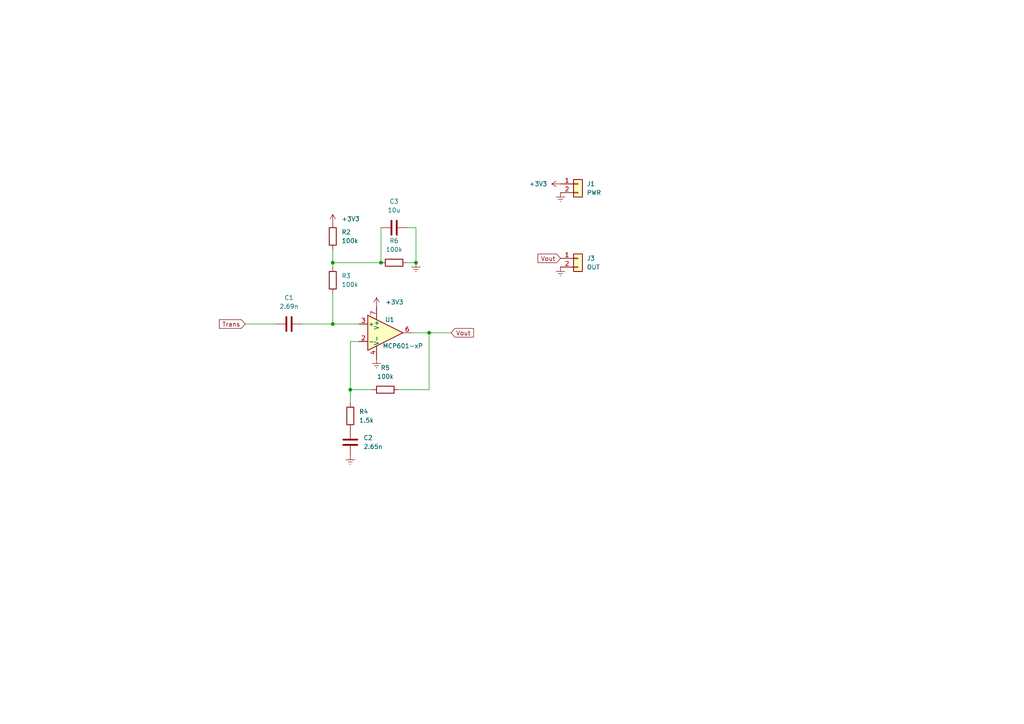
<source format=kicad_sch>
(kicad_sch (version 20211123) (generator eeschema)
  (paper "A4")
  (lib_symbols
    (symbol "Amplifier_Operational:MCP601-xP" (pin_names (offset 0.127))
      (property "Reference" "U" (at 0 6.35 0))
      (property "Value" "MCP601-xP" (at 0 3.81 0))
      (symbol "MCP601-xP_0_1"
        (polyline (pts (xy -5.08 5.08) (xy 5.08 0) (xy -5.08 -5.08) (xy -5.08 5.08)) (stroke (width 0.254)) (fill (type background)))
      )
      (symbol "MCP601-xP_1_1"
        (pin no_connect line (at -5.08 -2.54 90) (length 2.54) hide (name "NC") (number "1"))
        (pin input line (at -7.62 -2.54 0) (length 2.54) (name "-") (number "2"))
        (pin input line (at -7.62 2.54 0) (length 2.54) (name "+") (number "3"))
        (pin power_in line (at -2.54 -7.62 90) (length 3.81) (name "V-") (number "4"))
        (pin no_connect line (at -2.54 -2.54 90) (length 2.54) hide (name "NC") (number "5"))
        (pin output line (at 7.62 0 180) (length 2.54) (name "~") (number "6"))
        (pin power_in line (at -2.54 7.62 270) (length 3.81) (name "V+") (number "7"))
        (pin no_connect line (at 0 -2.54 90) (length 2.54) hide (name "NC") (number "8"))
      )
    )
    (symbol "Connector_Generic:Conn_01x02" (pin_names (offset 1.016) hide)
      (property "Reference" "J" (at 0 2.54 0))
      (property "Value" "Conn_01x02" (at 0 -5.08 0))
      (symbol "Conn_01x02_1_1"
        (rectangle (start -1.27 -2.413) (end 0 -2.667) (stroke (width 0.1524)))
        (rectangle (start -1.27 0.127) (end 0 -0.127) (stroke (width 0.1524)))
        (rectangle (start -1.27 1.27) (end 1.27 -3.81) (stroke (width 0.254)) (fill (type background)))
        (pin passive line (at -5.08 0 0) (length 3.81) (name "Pin_1") (number "1"))
        (pin passive line (at -5.08 -2.54 0) (length 3.81) (name "Pin_2") (number "2"))
      )
    )
    (symbol "Device:C" (pin_numbers hide) (pin_names (offset 0.254))
      (property "Reference" "C" (at 0.635 2.54 0))
      (property "Value" "C" (at 0.635 -2.54 0))
      (symbol "C_0_1"
        (polyline (pts (xy -2.032 -0.762) (xy 2.032 -0.762)) (stroke (width 0.508)))
        (polyline (pts (xy -2.032 0.762) (xy 2.032 0.762)) (stroke (width 0.508)))
      )
      (symbol "C_1_1"
        (pin passive line (at 0 3.81 270) (length 2.794) (name "~") (number "1"))
        (pin passive line (at 0 -3.81 90) (length 2.794) (name "~") (number "2"))
      )
    )
    (symbol "Device:R" (pin_numbers hide) (pin_names (offset 0))
      (property "Reference" "R" (at 2.032 0 90))
      (property "Value" "R" (at 0 0 90))
      (symbol "R_0_1"
        (rectangle (start -1.016 -2.54) (end 1.016 2.54) (stroke (width 0.254)))
      )
      (symbol "R_1_1"
        (pin passive line (at 0 3.81 270) (length 1.27) (name "~") (number "1"))
        (pin passive line (at 0 -3.81 90) (length 1.27) (name "~") (number "2"))
      )
    )
    (symbol "power:+3V3" (power) (pin_names (offset 0))
      (property "Value" "+3V3" (at 0 3.556 0))
      (symbol "+3V3_0_1"
        (polyline (pts (xy -0.762 1.27) (xy 0 2.54)))
        (polyline (pts (xy 0 0) (xy 0 2.54)))
        (polyline (pts (xy 0 2.54) (xy 0.762 1.27)))
      )
      (symbol "+3V3_1_1"
        (pin power_in line (at 0 0 90) (length 0) hide (name "+3V3") (number "1"))
      )
    )
    (symbol "power:Earth" (power) (pin_names (offset 0))
      (symbol "Earth_0_1"
        (polyline (pts (xy -0.635 -1.905) (xy 0.635 -1.905)))
        (polyline (pts (xy -0.127 -2.54) (xy 0.127 -2.54)))
        (polyline (pts (xy 0 -1.27) (xy 0 0)))
        (polyline (pts (xy 1.27 -1.27) (xy -1.27 -1.27)))
      )
      (symbol "Earth_1_1"
        (pin power_in line (at 0 0 270) (length 0) hide (name "Earth") (number "1"))
      )
    )
  )
  (junction (at 101.6 113.03))
  (junction (at 124.46 96.52))
  (junction (at 96.52 76.2))
  (junction (at 96.52 93.98))
  (junction (at 120.65 76.2))
  (junction (at 110.49 76.2))
  (wire (pts (xy 101.6 113.03) (xy 101.6 116.84)))
  (wire (pts (xy 124.46 96.52) (xy 130.81 96.52)))
  (wire (pts (xy 71.12 93.98) (xy 80.01 93.98)))
  (wire (pts (xy 124.46 113.03) (xy 124.46 96.52)))
  (wire (pts (xy 96.52 93.98) (xy 104.14 93.98)))
  (wire (pts (xy 87.63 93.98) (xy 96.52 93.98)))
  (wire (pts (xy 96.52 76.2) (xy 110.49 76.2)))
  (wire (pts (xy 118.11 76.2) (xy 120.65 76.2)))
  (wire (pts (xy 101.6 99.06) (xy 101.6 113.03)))
  (wire (pts (xy 124.46 96.52) (xy 119.38 96.52)))
  (wire (pts (xy 96.52 76.2) (xy 96.52 77.47)))
  (wire (pts (xy 118.11 66.04) (xy 120.65 66.04)))
  (wire (pts (xy 96.52 72.39) (xy 96.52 76.2)))
  (wire (pts (xy 104.14 99.06) (xy 101.6 99.06)))
  (wire (pts (xy 110.49 66.04) (xy 110.49 76.2)))
  (wire (pts (xy 107.95 113.03) (xy 101.6 113.03)))
  (wire (pts (xy 115.57 113.03) (xy 124.46 113.03)))
  (wire (pts (xy 96.52 85.09) (xy 96.52 93.98)))
  (wire (pts (xy 120.65 66.04) (xy 120.65 76.2)))
  (global_label "Trans" (shape input) (at 71.12 93.98 180) (property "Intersheet References" "${INTERSHEET_REFS}" (effects hide)))
  (global_label "Vout" (shape input) (at 162.56 74.93 180) (property "Intersheet References" "${INTERSHEET_REFS}" (effects hide)))
  (global_label "Vout" (shape input) (at 130.81 96.52 0) (property "Intersheet References" "${INTERSHEET_REFS}" (effects hide)))
  (symbol (lib_id "power:+3V3") (at 162.56 53.34 90) (unit 1)
    (property "Reference" "#PWR07" (effects hide))
    (property "Value" "+3V3" (at 158.75 53.3399 90) (effects (justify left)))
  )
  (symbol (lib_id "power:+3V3") (at 109.22 88.9 0) (unit 1)
    (property "Reference" "#PWR04" (effects hide))
    (property "Value" "+3V3" (at 111.76 87.6299 0) (effects (justify left)))
  )
  (symbol (lib_id "Device:C") (at 101.6 128.27 0) (unit 1)
    (property "Reference" "C2" (at 105.41 126.9999 0) (effects (justify left)))
    (property "Value" "2.65n" (at 105.41 129.5399 0) (effects (justify left)))
    (property "Footprint" "Capacitor_THT:C_Disc_D3.4mm_W2.1mm_P2.50mm" (effects hide))
  )
  (symbol (lib_id "power:+3V3") (at 96.52 64.77 0) (unit 1)
    (property "Reference" "#PWR02" (effects hide))
    (property "Value" "+3V3" (at 99.06 63.4999 0) (effects (justify left)))
  )
  (symbol (lib_id "power:Earth") (at 109.22 104.14 0) (unit 1)
    (property "Reference" "#PWR05" (effects hide))
    (property "Value" "Earth" (effects hide))
  )
  (symbol (lib_id "power:Earth") (at 162.56 55.88 0) (unit 1)
    (property "Reference" "#PWR08" (effects hide))
    (property "Value" "Earth" (effects hide))
  )
  (symbol (lib_id "Amplifier_Operational:MCP601-xP") (at 111.76 96.52 0) (unit 1)
    (property "Reference" "U1" (at 113.03 92.71 0))
    (property "Value" "MCP601-xP" (at 116.84 100.33 0))
    (property "Footprint" "Package_DIP:DIP-8_W7.62mm" (effects hide))
    (property "Datasheet" "http://ww1.microchip.com/downloads/en/DeviceDoc/21314g.pdf" (effects hide))
  )
  (symbol (lib_id "power:Earth") (at 162.56 77.47 0) (unit 1)
    (property "Reference" "#PWR010" (effects hide))
    (property "Value" "Earth" (effects hide))
  )
  (symbol (lib_id "Device:C") (at 83.82 93.98 90) (unit 1)
    (property "Reference" "C1" (at 83.82 86.36 90))
    (property "Value" "2.69n" (at 83.82 88.9 90))
    (property "Footprint" "Capacitor_THT:C_Disc_D3.4mm_W2.1mm_P2.50mm" (effects hide))
  )
  (symbol (lib_id "Connector_Generic:Conn_01x02") (at 167.64 53.34 0) (unit 1)
    (property "Reference" "J1" (at 170.18 53.3399 0) (effects (justify left)))
    (property "Value" "PWR" (at 170.18 55.8799 0) (effects (justify left)))
    (property "Footprint" "Connector_PinHeader_2.54mm:PinHeader_1x02_P2.54mm_Vertical" (effects hide))
  )
  (symbol (lib_id "Device:R") (at 111.76 113.03 90) (unit 1)
    (property "Reference" "R5" (at 111.76 106.68 90))
    (property "Value" "100k" (at 111.76 109.22 90))
    (property "Footprint" "Resistor_THT:R_Axial_DIN0207_L6.3mm_D2.5mm_P10.16mm_Horizontal" (effects hide))
  )
  (symbol (lib_id "Device:R") (at 96.52 68.58 180) (unit 1)
    (property "Reference" "R2" (at 99.06 67.3099 0) (effects (justify right)))
    (property "Value" "100k" (at 99.06 69.8499 0) (effects (justify right)))
    (property "Footprint" "Resistor_THT:R_Axial_DIN0207_L6.3mm_D2.5mm_P10.16mm_Horizontal" (effects hide))
  )
  (symbol (lib_id "Device:R") (at 96.52 81.28 180) (unit 1)
    (property "Reference" "R3" (at 99.06 80.0099 0) (effects (justify right)))
    (property "Value" "100k" (at 99.06 82.5499 0) (effects (justify right)))
    (property "Footprint" "Resistor_THT:R_Axial_DIN0207_L6.3mm_D2.5mm_P10.16mm_Horizontal" (effects hide))
  )
  (symbol (lib_id "power:Earth") (at 120.65 76.2 0) (unit 1)
    (property "Reference" "#PWR06" (effects hide))
    (property "Value" "Earth" (effects hide))
  )
  (symbol (lib_id "Device:R") (at 101.6 120.65 180) (unit 1)
    (property "Reference" "R4" (at 104.14 119.3799 0) (effects (justify right)))
    (property "Value" "1.5k" (at 104.14 121.9199 0) (effects (justify right)))
    (property "Footprint" "Resistor_THT:R_Axial_DIN0207_L6.3mm_D2.5mm_P10.16mm_Horizontal" (effects hide))
  )
  (symbol (lib_id "Connector_Generic:Conn_01x02") (at 167.64 74.93 0) (unit 1)
    (property "Reference" "J3" (at 170.18 74.9299 0) (effects (justify left)))
    (property "Value" "OUT" (at 170.18 77.4699 0) (effects (justify left)))
    (property "Footprint" "Connector_PinHeader_2.54mm:PinHeader_1x02_P2.54mm_Vertical" (effects hide))
  )
  (symbol (lib_id "Device:C") (at 114.3 66.04 90) (unit 1)
    (property "Reference" "C3" (at 114.3 58.42 90))
    (property "Value" "10u" (at 114.3 60.96 90))
    (property "Footprint" "Capacitor_THT:C_Disc_D6.0mm_W2.5mm_P5.00mm" (effects hide))
  )
  (symbol (lib_id "Device:R") (at 114.3 76.2 270) (unit 1)
    (property "Reference" "R6" (at 114.3 69.85 90))
    (property "Value" "100k" (at 114.3 72.39 90))
    (property "Footprint" "Resistor_THT:R_Axial_DIN0207_L6.3mm_D2.5mm_P10.16mm_Horizontal" (effects hide))
  )
  (symbol (lib_id "power:Earth") (at 101.6 132.08 0) (unit 1)
    (property "Reference" "#PWR03" (effects hide))
    (property "Value" "Earth" (effects hide))
  )
)
</source>
